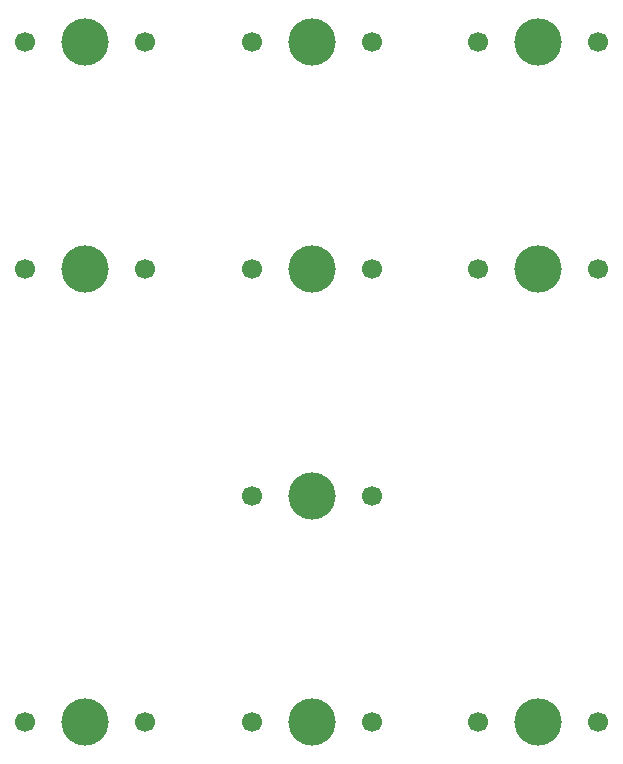
<source format=gbr>
%TF.GenerationSoftware,KiCad,Pcbnew,9.0.6*%
%TF.CreationDate,2025-12-08T11:04:53+13:00*%
%TF.ProjectId,hacropad,68616372-6f70-4616-942e-6b696361645f,rev?*%
%TF.SameCoordinates,Original*%
%TF.FileFunction,NonPlated,1,2,NPTH,Drill*%
%TF.FilePolarity,Positive*%
%FSLAX46Y46*%
G04 Gerber Fmt 4.6, Leading zero omitted, Abs format (unit mm)*
G04 Created by KiCad (PCBNEW 9.0.6) date 2025-12-08 11:04:53*
%MOMM*%
%LPD*%
G01*
G04 APERTURE LIST*
%TA.AperFunction,ComponentDrill*%
%ADD10C,1.700000*%
%TD*%
%TA.AperFunction,ComponentDrill*%
%ADD11C,4.000000*%
%TD*%
G04 APERTURE END LIST*
D10*
%TO.C,SW1*%
X123050000Y-54160000D03*
%TO.C,SW4*%
X123050000Y-73360000D03*
%TO.C,SW8*%
X123050000Y-111750000D03*
%TO.C,SW1*%
X133210000Y-54160000D03*
%TO.C,SW4*%
X133210000Y-73360000D03*
%TO.C,SW8*%
X133210000Y-111750000D03*
%TO.C,SW2*%
X142250000Y-54160000D03*
%TO.C,SW5*%
X142250000Y-73360000D03*
%TO.C,SW7*%
X142250000Y-92560000D03*
%TO.C,SW9*%
X142250000Y-111750000D03*
%TO.C,SW2*%
X152410000Y-54160000D03*
%TO.C,SW5*%
X152410000Y-73360000D03*
%TO.C,SW7*%
X152410000Y-92560000D03*
%TO.C,SW9*%
X152410000Y-111750000D03*
%TO.C,SW3*%
X161450000Y-54160000D03*
%TO.C,SW6*%
X161450000Y-73360000D03*
%TO.C,SW10*%
X161450000Y-111750000D03*
%TO.C,SW3*%
X171610000Y-54160000D03*
%TO.C,SW6*%
X171610000Y-73360000D03*
%TO.C,SW10*%
X171610000Y-111750000D03*
D11*
%TO.C,SW1*%
X128130000Y-54160000D03*
%TO.C,SW4*%
X128130000Y-73360000D03*
%TO.C,SW8*%
X128130000Y-111750000D03*
%TO.C,SW2*%
X147330000Y-54160000D03*
%TO.C,SW5*%
X147330000Y-73360000D03*
%TO.C,SW7*%
X147330000Y-92560000D03*
%TO.C,SW9*%
X147330000Y-111750000D03*
%TO.C,SW3*%
X166530000Y-54160000D03*
%TO.C,SW6*%
X166530000Y-73360000D03*
%TO.C,SW10*%
X166530000Y-111750000D03*
M02*

</source>
